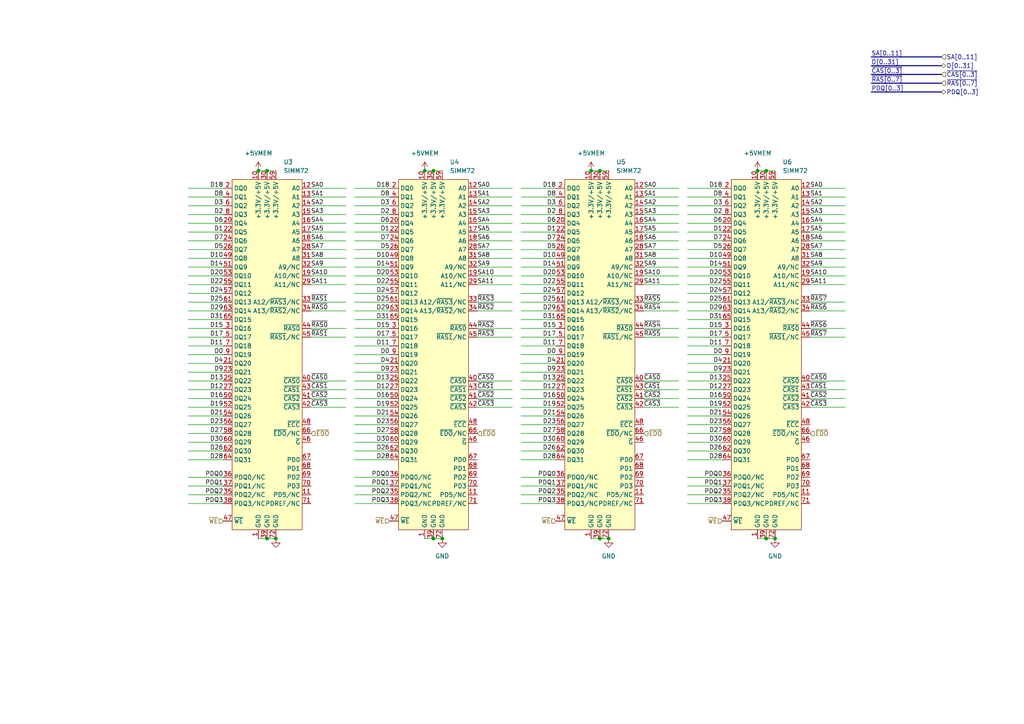
<source format=kicad_sch>
(kicad_sch (version 20230121) (generator eeschema)
  (paper "A4")
  (lib_symbols
    (symbol "m68k-hbc-ic:SIMM72"
      (property "Reference" "U" (at 5.08 40.64 0))
      (property "Value" "SIMM72" (at 10.16 38.1 0))
      (symbol "SIMM72_1_1"
        (rectangle (start -10.16 36.83) (end 10.16 -64.77) (fill (type background)))
        (pin power_in line (at -2.54 -67.31 90) (length 2.54) (name "GND") (number "1"))
        (pin power_in line (at -2.54 39.37 270) (length 2.54) (name "+3.3V/+5V") (number "10"))
        (pin output line (at 12.7 -54.61 180) (length 2.54) (name "PD5/NC") (number "11"))
        (pin input line (at 12.7 34.29 180) (length 2.54) (name "A0") (number "12"))
        (pin input line (at 12.7 31.75 180) (length 2.54) (name "A1") (number "13"))
        (pin input line (at 12.7 29.21 180) (length 2.54) (name "A2") (number "14"))
        (pin input line (at 12.7 26.67 180) (length 2.54) (name "A3") (number "15"))
        (pin input line (at 12.7 24.13 180) (length 2.54) (name "A4") (number "16"))
        (pin input line (at 12.7 21.59 180) (length 2.54) (name "A5") (number "17"))
        (pin input line (at 12.7 19.05 180) (length 2.54) (name "A6") (number "18"))
        (pin input line (at 12.7 8.89 180) (length 2.54) (name "A10/NC") (number "19"))
        (pin bidirectional line (at -12.7 34.29 0) (length 2.54) (name "DQ0") (number "2"))
        (pin bidirectional line (at -12.7 24.13 0) (length 2.54) (name "DQ4") (number "20"))
        (pin bidirectional line (at -12.7 -16.51 0) (length 2.54) (name "DQ20") (number "21"))
        (pin bidirectional line (at -12.7 21.59 0) (length 2.54) (name "DQ5") (number "22"))
        (pin bidirectional line (at -12.7 -19.05 0) (length 2.54) (name "DQ21") (number "23"))
        (pin bidirectional line (at -12.7 19.05 0) (length 2.54) (name "DQ6") (number "24"))
        (pin bidirectional line (at -12.7 -21.59 0) (length 2.54) (name "DQ22") (number "25"))
        (pin bidirectional line (at -12.7 16.51 0) (length 2.54) (name "DQ7") (number "26"))
        (pin bidirectional line (at -12.7 -24.13 0) (length 2.54) (name "DQ23") (number "27"))
        (pin input line (at 12.7 16.51 180) (length 2.54) (name "A7") (number "28"))
        (pin input line (at 12.7 6.35 180) (length 2.54) (name "A11/NC") (number "29"))
        (pin bidirectional line (at -12.7 -6.35 0) (length 2.54) (name "DQ16") (number "3"))
        (pin power_in line (at 0 39.37 270) (length 2.54) (name "+3.3V/+5V") (number "30"))
        (pin input line (at 12.7 13.97 180) (length 2.54) (name "A8") (number "31"))
        (pin input line (at 12.7 11.43 180) (length 2.54) (name "A9/NC") (number "32"))
        (pin input line (at 12.7 1.27 180) (length 2.54) (name "A12/~{RAS3}/NC") (number "33"))
        (pin input line (at 12.7 -1.27 180) (length 2.54) (name "A13/~{RAS2}/NC") (number "34"))
        (pin bidirectional line (at -12.7 -54.61 0) (length 2.54) (name "PDQ2/NC") (number "35"))
        (pin bidirectional line (at -12.7 -49.53 0) (length 2.54) (name "PDQ0/NC") (number "36"))
        (pin bidirectional line (at -12.7 -52.07 0) (length 2.54) (name "PDQ1/NC") (number "37"))
        (pin bidirectional line (at -12.7 -57.15 0) (length 2.54) (name "PDQ3/NC") (number "38"))
        (pin power_in line (at 0 -67.31 90) (length 2.54) (name "GND") (number "39"))
        (pin bidirectional line (at -12.7 31.75 0) (length 2.54) (name "DQ1") (number "4"))
        (pin input line (at 12.7 -21.59 180) (length 2.54) (name "~{CAS0}") (number "40"))
        (pin input line (at 12.7 -26.67 180) (length 2.54) (name "~{CAS2}") (number "41"))
        (pin input line (at 12.7 -29.21 180) (length 2.54) (name "~{CAS3}") (number "42"))
        (pin input line (at 12.7 -24.13 180) (length 2.54) (name "~{CAS1}") (number "43"))
        (pin input line (at 12.7 -6.35 180) (length 2.54) (name "~{RAS0}") (number "44"))
        (pin input line (at 12.7 -8.89 180) (length 2.54) (name "~{RAS1}/NC") (number "45"))
        (pin output line (at 12.7 -39.37 180) (length 2.54) (name "~{G}") (number "46"))
        (pin input line (at -12.7 -62.23 0) (length 2.54) (name "~{WE}") (number "47"))
        (pin output line (at 12.7 -34.29 180) (length 2.54) (name "~{ECC}") (number "48"))
        (pin bidirectional line (at -12.7 13.97 0) (length 2.54) (name "DQ8") (number "49"))
        (pin bidirectional line (at -12.7 -8.89 0) (length 2.54) (name "DQ17") (number "5"))
        (pin bidirectional line (at -12.7 -26.67 0) (length 2.54) (name "DQ24") (number "50"))
        (pin bidirectional line (at -12.7 11.43 0) (length 2.54) (name "DQ9") (number "51"))
        (pin bidirectional line (at -12.7 -29.21 0) (length 2.54) (name "DQ25") (number "52"))
        (pin bidirectional line (at -12.7 8.89 0) (length 2.54) (name "DQ10") (number "53"))
        (pin bidirectional line (at -12.7 -31.75 0) (length 2.54) (name "DQ26") (number "54"))
        (pin bidirectional line (at -12.7 6.35 0) (length 2.54) (name "DQ11") (number "55"))
        (pin bidirectional line (at -12.7 -34.29 0) (length 2.54) (name "DQ27") (number "56"))
        (pin bidirectional line (at -12.7 3.81 0) (length 2.54) (name "DQ12") (number "57"))
        (pin bidirectional line (at -12.7 -36.83 0) (length 2.54) (name "DQ28") (number "58"))
        (pin power_in line (at 2.54 39.37 270) (length 2.54) (name "+3.3V/+5V") (number "59"))
        (pin bidirectional line (at -12.7 29.21 0) (length 2.54) (name "DQ2") (number "6"))
        (pin bidirectional line (at -12.7 -39.37 0) (length 2.54) (name "DQ29") (number "60"))
        (pin bidirectional line (at -12.7 1.27 0) (length 2.54) (name "DQ13") (number "61"))
        (pin bidirectional line (at -12.7 -41.91 0) (length 2.54) (name "DQ30") (number "62"))
        (pin bidirectional line (at -12.7 -1.27 0) (length 2.54) (name "DQ14") (number "63"))
        (pin bidirectional line (at -12.7 -44.45 0) (length 2.54) (name "DQ31") (number "64"))
        (pin bidirectional line (at -12.7 -3.81 0) (length 2.54) (name "DQ15") (number "65"))
        (pin output line (at 12.7 -36.83 180) (length 2.54) (name "~{EDO}/NC") (number "66"))
        (pin output line (at 12.7 -44.45 180) (length 2.54) (name "PD0") (number "67"))
        (pin output line (at 12.7 -46.99 180) (length 2.54) (name "PD1") (number "68"))
        (pin output line (at 12.7 -49.53 180) (length 2.54) (name "PD2") (number "69"))
        (pin bidirectional line (at -12.7 -11.43 0) (length 2.54) (name "DQ18") (number "7"))
        (pin output line (at 12.7 -52.07 180) (length 2.54) (name "PD3") (number "70"))
        (pin output line (at 12.7 -57.15 180) (length 2.54) (name "PDREF/NC") (number "71"))
        (pin power_in line (at 2.54 -67.31 90) (length 2.54) (name "GND") (number "72"))
        (pin bidirectional line (at -12.7 26.67 0) (length 2.54) (name "DQ3") (number "8"))
        (pin bidirectional line (at -12.7 -13.97 0) (length 2.54) (name "DQ19") (number "9"))
      )
    )
    (symbol "m68k-hbc-pwr:+5VMEM" (power) (in_bom no) (on_board no)
      (property "Value" "+5VMEM" (at 0 3.81 0))
      (symbol "+5VMEM_0_1"
        (polyline (pts (xy -0.762 1.27) (xy 0 2.54)))
        (polyline (pts (xy 0 0) (xy 0 2.54)))
        (polyline (pts (xy 0 2.54) (xy 0.762 1.27)))
      )
      (symbol "+5VMEM_1_1"
        (pin power_in line (at 0 0 90) (length 0) hide (name "+5VMEM") (number "1"))
      )
    )
    (symbol "power:GND" (power) (pin_names (offset 0))
      (property "Value" "GND" (at 0 -3.81 0))
      (symbol "GND_0_1"
        (polyline (pts (xy 0 0) (xy 0 -1.27) (xy 1.27 -1.27) (xy 0 -2.54) (xy -1.27 -1.27) (xy 0 -1.27)))
      )
      (symbol "GND_1_1"
        (pin power_in line (at 0 0 270) (length 0) hide (name "GND") (number "1"))
      )
    )
  )
  (junction (at 224.79 156.21))
  (junction (at 176.53 156.21))
  (junction (at 123.19 49.53))
  (junction (at 125.73 156.21))
  (junction (at 222.25 156.21))
  (junction (at 74.93 49.53))
  (junction (at 173.99 156.21))
  (junction (at 80.01 156.21))
  (junction (at 222.25 49.53))
  (junction (at 77.47 49.53))
  (junction (at 171.45 49.53))
  (junction (at 173.99 49.53))
  (junction (at 125.73 49.53))
  (junction (at 128.27 156.21))
  (junction (at 77.47 156.21))
  (junction (at 219.71 49.53))
  (wire (pts (xy 199.39 85.09) (xy 209.55 85.09)))
  (wire (pts (xy 100.33 95.25) (xy 90.17 95.25)))
  (wire (pts (xy 102.87 118.11) (xy 113.03 118.11)))
  (wire (pts (xy 102.87 97.79) (xy 113.03 97.79)))
  (wire (pts (xy 100.33 72.39) (xy 90.17 72.39)))
  (wire (pts (xy 199.39 69.85) (xy 209.55 69.85)))
  (wire (pts (xy 54.61 87.63) (xy 64.77 87.63)))
  (wire (pts (xy 148.59 87.63) (xy 138.43 87.63)))
  (wire (pts (xy 173.99 49.53) (xy 171.45 49.53)))
  (wire (pts (xy 196.85 110.49) (xy 186.69 110.49)))
  (wire (pts (xy 54.61 92.71) (xy 64.77 92.71)))
  (bus (pts (xy 252.73 21.59) (xy 273.05 21.59)))
  (wire (pts (xy 54.61 67.31) (xy 64.77 67.31)))
  (wire (pts (xy 102.87 146.05) (xy 113.03 146.05)))
  (wire (pts (xy 54.61 140.97) (xy 64.77 140.97)))
  (wire (pts (xy 199.39 130.81) (xy 209.55 130.81)))
  (wire (pts (xy 148.59 69.85) (xy 138.43 69.85)))
  (wire (pts (xy 102.87 120.65) (xy 113.03 120.65)))
  (wire (pts (xy 54.61 95.25) (xy 64.77 95.25)))
  (wire (pts (xy 100.33 77.47) (xy 90.17 77.47)))
  (wire (pts (xy 102.87 57.15) (xy 113.03 57.15)))
  (wire (pts (xy 196.85 115.57) (xy 186.69 115.57)))
  (wire (pts (xy 199.39 102.87) (xy 209.55 102.87)))
  (bus (pts (xy 252.73 19.05) (xy 273.05 19.05)))
  (wire (pts (xy 199.39 97.79) (xy 209.55 97.79)))
  (wire (pts (xy 245.11 113.03) (xy 234.95 113.03)))
  (wire (pts (xy 151.13 77.47) (xy 161.29 77.47)))
  (wire (pts (xy 54.61 54.61) (xy 64.77 54.61)))
  (wire (pts (xy 148.59 115.57) (xy 138.43 115.57)))
  (wire (pts (xy 54.61 120.65) (xy 64.77 120.65)))
  (wire (pts (xy 245.11 77.47) (xy 234.95 77.47)))
  (wire (pts (xy 151.13 138.43) (xy 161.29 138.43)))
  (wire (pts (xy 102.87 133.35) (xy 113.03 133.35)))
  (wire (pts (xy 54.61 113.03) (xy 64.77 113.03)))
  (wire (pts (xy 199.39 100.33) (xy 209.55 100.33)))
  (wire (pts (xy 151.13 90.17) (xy 161.29 90.17)))
  (wire (pts (xy 148.59 74.93) (xy 138.43 74.93)))
  (wire (pts (xy 245.11 74.93) (xy 234.95 74.93)))
  (wire (pts (xy 245.11 69.85) (xy 234.95 69.85)))
  (wire (pts (xy 245.11 59.69) (xy 234.95 59.69)))
  (wire (pts (xy 102.87 107.95) (xy 113.03 107.95)))
  (wire (pts (xy 199.39 118.11) (xy 209.55 118.11)))
  (wire (pts (xy 196.85 90.17) (xy 186.69 90.17)))
  (wire (pts (xy 199.39 140.97) (xy 209.55 140.97)))
  (wire (pts (xy 148.59 64.77) (xy 138.43 64.77)))
  (wire (pts (xy 245.11 72.39) (xy 234.95 72.39)))
  (wire (pts (xy 173.99 156.21) (xy 171.45 156.21)))
  (wire (pts (xy 151.13 113.03) (xy 161.29 113.03)))
  (wire (pts (xy 245.11 82.55) (xy 234.95 82.55)))
  (wire (pts (xy 54.61 74.93) (xy 64.77 74.93)))
  (wire (pts (xy 199.39 62.23) (xy 209.55 62.23)))
  (wire (pts (xy 199.39 146.05) (xy 209.55 146.05)))
  (wire (pts (xy 54.61 80.01) (xy 64.77 80.01)))
  (wire (pts (xy 199.39 133.35) (xy 209.55 133.35)))
  (wire (pts (xy 196.85 80.01) (xy 186.69 80.01)))
  (wire (pts (xy 148.59 54.61) (xy 138.43 54.61)))
  (wire (pts (xy 196.85 87.63) (xy 186.69 87.63)))
  (wire (pts (xy 151.13 133.35) (xy 161.29 133.35)))
  (wire (pts (xy 245.11 80.01) (xy 234.95 80.01)))
  (wire (pts (xy 196.85 74.93) (xy 186.69 74.93)))
  (wire (pts (xy 100.33 118.11) (xy 90.17 118.11)))
  (wire (pts (xy 151.13 57.15) (xy 161.29 57.15)))
  (wire (pts (xy 128.27 156.21) (xy 125.73 156.21)))
  (wire (pts (xy 54.61 100.33) (xy 64.77 100.33)))
  (wire (pts (xy 199.39 59.69) (xy 209.55 59.69)))
  (wire (pts (xy 128.27 49.53) (xy 125.73 49.53)))
  (wire (pts (xy 151.13 118.11) (xy 161.29 118.11)))
  (wire (pts (xy 102.87 74.93) (xy 113.03 74.93)))
  (wire (pts (xy 54.61 97.79) (xy 64.77 97.79)))
  (wire (pts (xy 80.01 49.53) (xy 77.47 49.53)))
  (wire (pts (xy 151.13 123.19) (xy 161.29 123.19)))
  (wire (pts (xy 245.11 87.63) (xy 234.95 87.63)))
  (wire (pts (xy 100.33 62.23) (xy 90.17 62.23)))
  (wire (pts (xy 54.61 130.81) (xy 64.77 130.81)))
  (wire (pts (xy 54.61 128.27) (xy 64.77 128.27)))
  (wire (pts (xy 100.33 110.49) (xy 90.17 110.49)))
  (wire (pts (xy 196.85 118.11) (xy 186.69 118.11)))
  (wire (pts (xy 199.39 82.55) (xy 209.55 82.55)))
  (wire (pts (xy 151.13 146.05) (xy 161.29 146.05)))
  (wire (pts (xy 102.87 72.39) (xy 113.03 72.39)))
  (wire (pts (xy 102.87 113.03) (xy 113.03 113.03)))
  (wire (pts (xy 151.13 107.95) (xy 161.29 107.95)))
  (wire (pts (xy 77.47 49.53) (xy 74.93 49.53)))
  (wire (pts (xy 100.33 87.63) (xy 90.17 87.63)))
  (wire (pts (xy 199.39 72.39) (xy 209.55 72.39)))
  (wire (pts (xy 196.85 67.31) (xy 186.69 67.31)))
  (wire (pts (xy 148.59 82.55) (xy 138.43 82.55)))
  (wire (pts (xy 102.87 140.97) (xy 113.03 140.97)))
  (wire (pts (xy 196.85 113.03) (xy 186.69 113.03)))
  (wire (pts (xy 245.11 67.31) (xy 234.95 67.31)))
  (wire (pts (xy 151.13 97.79) (xy 161.29 97.79)))
  (wire (pts (xy 148.59 110.49) (xy 138.43 110.49)))
  (wire (pts (xy 54.61 59.69) (xy 64.77 59.69)))
  (wire (pts (xy 151.13 140.97) (xy 161.29 140.97)))
  (wire (pts (xy 199.39 110.49) (xy 209.55 110.49)))
  (wire (pts (xy 199.39 54.61) (xy 209.55 54.61)))
  (wire (pts (xy 102.87 138.43) (xy 113.03 138.43)))
  (wire (pts (xy 100.33 69.85) (xy 90.17 69.85)))
  (wire (pts (xy 199.39 107.95) (xy 209.55 107.95)))
  (wire (pts (xy 100.33 57.15) (xy 90.17 57.15)))
  (wire (pts (xy 54.61 146.05) (xy 64.77 146.05)))
  (wire (pts (xy 54.61 77.47) (xy 64.77 77.47)))
  (wire (pts (xy 54.61 138.43) (xy 64.77 138.43)))
  (wire (pts (xy 151.13 72.39) (xy 161.29 72.39)))
  (wire (pts (xy 151.13 95.25) (xy 161.29 95.25)))
  (wire (pts (xy 222.25 49.53) (xy 219.71 49.53)))
  (wire (pts (xy 148.59 72.39) (xy 138.43 72.39)))
  (wire (pts (xy 245.11 62.23) (xy 234.95 62.23)))
  (wire (pts (xy 176.53 49.53) (xy 173.99 49.53)))
  (wire (pts (xy 102.87 80.01) (xy 113.03 80.01)))
  (wire (pts (xy 54.61 62.23) (xy 64.77 62.23)))
  (wire (pts (xy 199.39 64.77) (xy 209.55 64.77)))
  (wire (pts (xy 54.61 57.15) (xy 64.77 57.15)))
  (wire (pts (xy 54.61 105.41) (xy 64.77 105.41)))
  (wire (pts (xy 77.47 156.21) (xy 74.93 156.21)))
  (wire (pts (xy 102.87 130.81) (xy 113.03 130.81)))
  (wire (pts (xy 54.61 107.95) (xy 64.77 107.95)))
  (wire (pts (xy 54.61 125.73) (xy 64.77 125.73)))
  (wire (pts (xy 199.39 115.57) (xy 209.55 115.57)))
  (wire (pts (xy 196.85 54.61) (xy 186.69 54.61)))
  (wire (pts (xy 100.33 59.69) (xy 90.17 59.69)))
  (wire (pts (xy 102.87 92.71) (xy 113.03 92.71)))
  (wire (pts (xy 199.39 87.63) (xy 209.55 87.63)))
  (wire (pts (xy 199.39 123.19) (xy 209.55 123.19)))
  (wire (pts (xy 151.13 64.77) (xy 161.29 64.77)))
  (wire (pts (xy 102.87 105.41) (xy 113.03 105.41)))
  (wire (pts (xy 245.11 90.17) (xy 234.95 90.17)))
  (wire (pts (xy 102.87 123.19) (xy 113.03 123.19)))
  (wire (pts (xy 196.85 95.25) (xy 186.69 95.25)))
  (wire (pts (xy 102.87 77.47) (xy 113.03 77.47)))
  (wire (pts (xy 151.13 92.71) (xy 161.29 92.71)))
  (wire (pts (xy 151.13 67.31) (xy 161.29 67.31)))
  (wire (pts (xy 151.13 130.81) (xy 161.29 130.81)))
  (wire (pts (xy 102.87 100.33) (xy 113.03 100.33)))
  (wire (pts (xy 54.61 143.51) (xy 64.77 143.51)))
  (wire (pts (xy 80.01 156.21) (xy 77.47 156.21)))
  (wire (pts (xy 148.59 62.23) (xy 138.43 62.23)))
  (wire (pts (xy 54.61 115.57) (xy 64.77 115.57)))
  (wire (pts (xy 102.87 115.57) (xy 113.03 115.57)))
  (wire (pts (xy 199.39 77.47) (xy 209.55 77.47)))
  (wire (pts (xy 199.39 92.71) (xy 209.55 92.71)))
  (wire (pts (xy 151.13 54.61) (xy 161.29 54.61)))
  (wire (pts (xy 151.13 74.93) (xy 161.29 74.93)))
  (wire (pts (xy 151.13 59.69) (xy 161.29 59.69)))
  (bus (pts (xy 252.73 16.51) (xy 273.05 16.51)))
  (wire (pts (xy 102.87 85.09) (xy 113.03 85.09)))
  (wire (pts (xy 54.61 90.17) (xy 64.77 90.17)))
  (wire (pts (xy 196.85 59.69) (xy 186.69 59.69)))
  (wire (pts (xy 102.87 67.31) (xy 113.03 67.31)))
  (wire (pts (xy 199.39 74.93) (xy 209.55 74.93)))
  (wire (pts (xy 199.39 128.27) (xy 209.55 128.27)))
  (wire (pts (xy 54.61 123.19) (xy 64.77 123.19)))
  (wire (pts (xy 100.33 80.01) (xy 90.17 80.01)))
  (wire (pts (xy 100.33 64.77) (xy 90.17 64.77)))
  (wire (pts (xy 102.87 62.23) (xy 113.03 62.23)))
  (wire (pts (xy 199.39 120.65) (xy 209.55 120.65)))
  (wire (pts (xy 196.85 69.85) (xy 186.69 69.85)))
  (wire (pts (xy 196.85 72.39) (xy 186.69 72.39)))
  (wire (pts (xy 102.87 110.49) (xy 113.03 110.49)))
  (wire (pts (xy 151.13 125.73) (xy 161.29 125.73)))
  (wire (pts (xy 54.61 118.11) (xy 64.77 118.11)))
  (wire (pts (xy 54.61 110.49) (xy 64.77 110.49)))
  (wire (pts (xy 151.13 105.41) (xy 161.29 105.41)))
  (wire (pts (xy 245.11 97.79) (xy 234.95 97.79)))
  (wire (pts (xy 151.13 120.65) (xy 161.29 120.65)))
  (wire (pts (xy 148.59 67.31) (xy 138.43 67.31)))
  (wire (pts (xy 151.13 87.63) (xy 161.29 87.63)))
  (wire (pts (xy 148.59 118.11) (xy 138.43 118.11)))
  (wire (pts (xy 199.39 143.51) (xy 209.55 143.51)))
  (wire (pts (xy 102.87 59.69) (xy 113.03 59.69)))
  (bus (pts (xy 252.73 24.13) (xy 273.05 24.13)))
  (wire (pts (xy 199.39 67.31) (xy 209.55 67.31)))
  (wire (pts (xy 100.33 67.31) (xy 90.17 67.31)))
  (wire (pts (xy 151.13 115.57) (xy 161.29 115.57)))
  (wire (pts (xy 102.87 82.55) (xy 113.03 82.55)))
  (wire (pts (xy 245.11 110.49) (xy 234.95 110.49)))
  (wire (pts (xy 245.11 64.77) (xy 234.95 64.77)))
  (wire (pts (xy 102.87 54.61) (xy 113.03 54.61)))
  (wire (pts (xy 148.59 80.01) (xy 138.43 80.01)))
  (wire (pts (xy 148.59 57.15) (xy 138.43 57.15)))
  (wire (pts (xy 199.39 90.17) (xy 209.55 90.17)))
  (wire (pts (xy 245.11 115.57) (xy 234.95 115.57)))
  (wire (pts (xy 100.33 115.57) (xy 90.17 115.57)))
  (wire (pts (xy 102.87 90.17) (xy 113.03 90.17)))
  (wire (pts (xy 151.13 69.85) (xy 161.29 69.85)))
  (wire (pts (xy 151.13 128.27) (xy 161.29 128.27)))
  (wire (pts (xy 102.87 125.73) (xy 113.03 125.73)))
  (wire (pts (xy 199.39 125.73) (xy 209.55 125.73)))
  (wire (pts (xy 102.87 143.51) (xy 113.03 143.51)))
  (wire (pts (xy 54.61 102.87) (xy 64.77 102.87)))
  (wire (pts (xy 176.53 156.21) (xy 173.99 156.21)))
  (wire (pts (xy 151.13 62.23) (xy 161.29 62.23)))
  (wire (pts (xy 102.87 95.25) (xy 113.03 95.25)))
  (wire (pts (xy 224.79 156.21) (xy 222.25 156.21)))
  (wire (pts (xy 54.61 85.09) (xy 64.77 85.09)))
  (wire (pts (xy 151.13 143.51) (xy 161.29 143.51)))
  (wire (pts (xy 148.59 77.47) (xy 138.43 77.47)))
  (wire (pts (xy 245.11 57.15) (xy 234.95 57.15)))
  (wire (pts (xy 100.33 74.93) (xy 90.17 74.93)))
  (wire (pts (xy 196.85 82.55) (xy 186.69 82.55)))
  (wire (pts (xy 151.13 102.87) (xy 161.29 102.87)))
  (wire (pts (xy 196.85 64.77) (xy 186.69 64.77)))
  (wire (pts (xy 151.13 80.01) (xy 161.29 80.01)))
  (wire (pts (xy 148.59 97.79) (xy 138.43 97.79)))
  (wire (pts (xy 125.73 49.53) (xy 123.19 49.53)))
  (wire (pts (xy 100.33 113.03) (xy 90.17 113.03)))
  (wire (pts (xy 102.87 69.85) (xy 113.03 69.85)))
  (wire (pts (xy 100.33 97.79) (xy 90.17 97.79)))
  (wire (pts (xy 151.13 85.09) (xy 161.29 85.09)))
  (wire (pts (xy 54.61 72.39) (xy 64.77 72.39)))
  (wire (pts (xy 196.85 57.15) (xy 186.69 57.15)))
  (wire (pts (xy 100.33 90.17) (xy 90.17 90.17)))
  (wire (pts (xy 102.87 64.77) (xy 113.03 64.77)))
  (wire (pts (xy 245.11 118.11) (xy 234.95 118.11)))
  (wire (pts (xy 102.87 128.27) (xy 113.03 128.27)))
  (wire (pts (xy 245.11 95.25) (xy 234.95 95.25)))
  (wire (pts (xy 54.61 82.55) (xy 64.77 82.55)))
  (wire (pts (xy 199.39 80.01) (xy 209.55 80.01)))
  (wire (pts (xy 102.87 102.87) (xy 113.03 102.87)))
  (wire (pts (xy 148.59 90.17) (xy 138.43 90.17)))
  (wire (pts (xy 148.59 59.69) (xy 138.43 59.69)))
  (wire (pts (xy 54.61 64.77) (xy 64.77 64.77)))
  (wire (pts (xy 151.13 110.49) (xy 161.29 110.49)))
  (wire (pts (xy 199.39 95.25) (xy 209.55 95.25)))
  (wire (pts (xy 151.13 82.55) (xy 161.29 82.55)))
  (wire (pts (xy 100.33 54.61) (xy 90.17 54.61)))
  (wire (pts (xy 196.85 62.23) (xy 186.69 62.23)))
  (wire (pts (xy 196.85 97.79) (xy 186.69 97.79)))
  (bus (pts (xy 252.73 26.67) (xy 273.05 26.67)))
  (wire (pts (xy 199.39 57.15) (xy 209.55 57.15)))
  (wire (pts (xy 199.39 113.03) (xy 209.55 113.03)))
  (wire (pts (xy 199.39 105.41) (xy 209.55 105.41)))
  (wire (pts (xy 148.59 113.03) (xy 138.43 113.03)))
  (wire (pts (xy 125.73 156.21) (xy 123.19 156.21)))
  (wire (pts (xy 102.87 87.63) (xy 113.03 87.63)))
  (wire (pts (xy 54.61 133.35) (xy 64.77 133.35)))
  (wire (pts (xy 54.61 69.85) (xy 64.77 69.85)))
  (wire (pts (xy 196.85 77.47) (xy 186.69 77.47)))
  (wire (pts (xy 148.59 95.25) (xy 138.43 95.25)))
  (wire (pts (xy 224.79 49.53) (xy 222.25 49.53)))
  (wire (pts (xy 199.39 138.43) (xy 209.55 138.43)))
  (wire (pts (xy 100.33 82.55) (xy 90.17 82.55)))
  (wire (pts (xy 151.13 100.33) (xy 161.29 100.33)))
  (wire (pts (xy 245.11 54.61) (xy 234.95 54.61)))
  (wire (pts (xy 222.25 156.21) (xy 219.71 156.21)))
  (label "D4" (at 64.77 105.41 180))
  (label "D28" (at 209.55 133.35 180))
  (label "D30" (at 161.29 128.27 180))
  (label "D24" (at 64.77 85.09 180))
  (label "PDQ3" (at 161.29 146.05 180))
  (label "~{RAS3}" (at 138.43 97.79 0))
  (label "D16" (at 64.77 115.57 180))
  (label "SA1" (at 90.17 57.15 0))
  (label "D23" (at 64.77 123.19 180))
  (label "PDQ3" (at 113.03 146.05 180))
  (label "D2" (at 161.29 62.23 180))
  (label "~{RAS7}" (at 234.95 97.79 0))
  (label "~{RAS5}" (at 186.69 87.63 0))
  (label "~{CAS2}" (at 186.69 115.57 0))
  (label "D19" (at 161.29 118.11 180))
  (label "SA4" (at 186.69 64.77 0))
  (label "SA9" (at 186.69 77.47 0))
  (label "PDQ0" (at 161.29 138.43 180))
  (label "SA7" (at 138.43 72.39 0))
  (label "D12" (at 209.55 113.03 180))
  (label "D10" (at 64.77 74.93 180))
  (label "SA8" (at 90.17 74.93 0))
  (label "D6" (at 161.29 64.77 180))
  (label "D16" (at 113.03 115.57 180))
  (label "D29" (at 64.77 90.17 180))
  (label "SA11" (at 186.69 82.55 0))
  (label "~{RAS5}" (at 186.69 97.79 0))
  (label "D12" (at 64.77 113.03 180))
  (label "~{CAS3}" (at 234.95 118.11 0))
  (label "D17" (at 113.03 97.79 180))
  (label "D4" (at 113.03 105.41 180))
  (label "SA1" (at 138.43 57.15 0))
  (label "D31" (at 209.55 92.71 180))
  (label "PDQ1" (at 64.77 140.97 180))
  (label "~{RAS6}" (at 234.95 95.25 0))
  (label "~{RAS0}" (at 90.17 90.17 0))
  (label "SA7" (at 90.17 72.39 0))
  (label "D8" (at 161.29 57.15 180))
  (label "PDQ2" (at 64.77 143.51 180))
  (label "D3" (at 161.29 59.69 180))
  (label "D17" (at 161.29 97.79 180))
  (label "D20" (at 209.55 80.01 180))
  (label "D28" (at 113.03 133.35 180))
  (label "D25" (at 209.55 87.63 180))
  (label "~{CAS1}" (at 138.43 113.03 0))
  (label "~{RAS0}" (at 90.17 95.25 0))
  (label "D22" (at 113.03 82.55 180))
  (label "D3" (at 113.03 59.69 180))
  (label "D7" (at 64.77 69.85 180))
  (label "PDQ[0..3]" (at 252.73 26.67 0))
  (label "D31" (at 64.77 92.71 180))
  (label "D24" (at 161.29 85.09 180))
  (label "SA8" (at 234.95 74.93 0))
  (label "D3" (at 64.77 59.69 180))
  (label "D27" (at 209.55 125.73 180))
  (label "D9" (at 209.55 107.95 180))
  (label "D15" (at 64.77 95.25 180))
  (label "D2" (at 209.55 62.23 180))
  (label "D10" (at 113.03 74.93 180))
  (label "SA10" (at 138.43 80.01 0))
  (label "D8" (at 64.77 57.15 180))
  (label "D0" (at 161.29 102.87 180))
  (label "SA11" (at 138.43 82.55 0))
  (label "D18" (at 64.77 54.61 180))
  (label "D14" (at 209.55 77.47 180))
  (label "PDQ2" (at 209.55 143.51 180))
  (label "SA10" (at 90.17 80.01 0))
  (label "D22" (at 161.29 82.55 180))
  (label "SA11" (at 234.95 82.55 0))
  (label "~{CAS0}" (at 90.17 110.49 0))
  (label "D14" (at 161.29 77.47 180))
  (label "~{RAS4}" (at 186.69 90.17 0))
  (label "D17" (at 64.77 97.79 180))
  (label "D14" (at 113.03 77.47 180))
  (label "SA4" (at 138.43 64.77 0))
  (label "D1" (at 209.55 67.31 180))
  (label "D5" (at 113.03 72.39 180))
  (label "~{CAS2}" (at 138.43 115.57 0))
  (label "SA2" (at 234.95 59.69 0))
  (label "D29" (at 209.55 90.17 180))
  (label "D18" (at 209.55 54.61 180))
  (label "D24" (at 209.55 85.09 180))
  (label "SA7" (at 186.69 72.39 0))
  (label "D1" (at 161.29 67.31 180))
  (label "SA8" (at 186.69 74.93 0))
  (label "PDQ1" (at 161.29 140.97 180))
  (label "D8" (at 113.03 57.15 180))
  (label "D7" (at 161.29 69.85 180))
  (label "~{CAS2}" (at 234.95 115.57 0))
  (label "D6" (at 64.77 64.77 180))
  (label "~{RAS6}" (at 234.95 90.17 0))
  (label "PDQ1" (at 209.55 140.97 180))
  (label "D2" (at 64.77 62.23 180))
  (label "D5" (at 209.55 72.39 180))
  (label "D22" (at 64.77 82.55 180))
  (label "SA2" (at 186.69 59.69 0))
  (label "D11" (at 64.77 100.33 180))
  (label "~{CAS1}" (at 90.17 113.03 0))
  (label "D27" (at 113.03 125.73 180))
  (label "D3" (at 209.55 59.69 180))
  (label "D[0..31]" (at 252.73 19.05 0))
  (label "~{RAS1}" (at 90.17 97.79 0))
  (label "D28" (at 161.29 133.35 180))
  (label "D25" (at 113.03 87.63 180))
  (label "SA1" (at 234.95 57.15 0))
  (label "D9" (at 64.77 107.95 180))
  (label "SA8" (at 138.43 74.93 0))
  (label "D26" (at 64.77 130.81 180))
  (label "SA0" (at 138.43 54.61 0))
  (label "D6" (at 209.55 64.77 180))
  (label "D20" (at 161.29 80.01 180))
  (label "PDQ0" (at 209.55 138.43 180))
  (label "D16" (at 209.55 115.57 180))
  (label "D30" (at 64.77 128.27 180))
  (label "D13" (at 113.03 110.49 180))
  (label "SA9" (at 138.43 77.47 0))
  (label "~{CAS3}" (at 90.17 118.11 0))
  (label "SA0" (at 234.95 54.61 0))
  (label "D20" (at 113.03 80.01 180))
  (label "~{CAS0}" (at 138.43 110.49 0))
  (label "~{CAS1}" (at 186.69 113.03 0))
  (label "D5" (at 64.77 72.39 180))
  (label "D10" (at 209.55 74.93 180))
  (label "D26" (at 209.55 130.81 180))
  (label "D27" (at 64.77 125.73 180))
  (label "D26" (at 161.29 130.81 180))
  (label "D29" (at 161.29 90.17 180))
  (label "SA10" (at 186.69 80.01 0))
  (label "PDQ2" (at 161.29 143.51 180))
  (label "D28" (at 64.77 133.35 180))
  (label "D6" (at 113.03 64.77 180))
  (label "SA5" (at 90.17 67.31 0))
  (label "SA3" (at 186.69 62.23 0))
  (label "D1" (at 113.03 67.31 180))
  (label "D13" (at 64.77 110.49 180))
  (label "SA[0..11]" (at 252.73 16.51 0))
  (label "SA11" (at 90.17 82.55 0))
  (label "PDQ0" (at 64.77 138.43 180))
  (label "~{RAS1}" (at 90.17 87.63 0))
  (label "D15" (at 161.29 95.25 180))
  (label "PDQ2" (at 113.03 143.51 180))
  (label "D19" (at 209.55 118.11 180))
  (label "D21" (at 161.29 120.65 180))
  (label "~{RAS2}" (at 138.43 90.17 0))
  (label "SA4" (at 234.95 64.77 0))
  (label "D13" (at 161.29 110.49 180))
  (label "SA6" (at 138.43 69.85 0))
  (label "~{RAS7}" (at 234.95 87.63 0))
  (label "~{RAS2}" (at 138.43 95.25 0))
  (label "SA0" (at 90.17 54.61 0))
  (label "SA9" (at 234.95 77.47 0))
  (label "SA5" (at 186.69 67.31 0))
  (label "D23" (at 113.03 123.19 180))
  (label "SA5" (at 234.95 67.31 0))
  (label "D8" (at 209.55 57.15 180))
  (label "~{CAS0}" (at 186.69 110.49 0))
  (label "D31" (at 113.03 92.71 180))
  (label "D27" (at 161.29 125.73 180))
  (label "D7" (at 113.03 69.85 180))
  (label "SA3" (at 90.17 62.23 0))
  (label "D13" (at 209.55 110.49 180))
  (label "~{CAS3}" (at 186.69 118.11 0))
  (label "D19" (at 113.03 118.11 180))
  (label "~{RAS[0..7]}" (at 252.73 24.13 0))
  (label "SA1" (at 186.69 57.15 0))
  (label "D15" (at 113.03 95.25 180))
  (label "SA7" (at 234.95 72.39 0))
  (label "D14" (at 64.77 77.47 180))
  (label "D5" (at 161.29 72.39 180))
  (label "D12" (at 161.29 113.03 180))
  (label "SA3" (at 234.95 62.23 0))
  (label "SA3" (at 138.43 62.23 0))
  (label "D0" (at 113.03 102.87 180))
  (label "D20" (at 64.77 80.01 180))
  (label "D0" (at 209.55 102.87 180))
  (label "SA2" (at 138.43 59.69 0))
  (label "D11" (at 161.29 100.33 180))
  (label "D9" (at 161.29 107.95 180))
  (label "D17" (at 209.55 97.79 180))
  (label "~{CAS0}" (at 234.95 110.49 0))
  (label "D15" (at 209.55 95.25 180))
  (label "SA4" (at 90.17 64.77 0))
  (label "D9" (at 113.03 107.95 180))
  (label "SA6" (at 186.69 69.85 0))
  (label "D31" (at 161.29 92.71 180))
  (label "D11" (at 113.03 100.33 180))
  (label "D21" (at 64.77 120.65 180))
  (label "D25" (at 64.77 87.63 180))
  (label "SA0" (at 186.69 54.61 0))
  (label "D23" (at 161.29 123.19 180))
  (label "D1" (at 64.77 67.31 180))
  (label "D0" (at 64.77 102.87 180))
  (label "D4" (at 161.29 105.41 180))
  (label "~{CAS3}" (at 138.43 118.11 0))
  (label "PDQ1" (at 113.03 140.97 180))
  (label "D23" (at 209.55 123.19 180))
  (label "D18" (at 161.29 54.61 180))
  (label "D16" (at 161.29 115.57 180))
  (label "D30" (at 113.03 128.27 180))
  (label "D22" (at 209.55 82.55 180))
  (label "D4" (at 209.55 105.41 180))
  (label "D24" (at 113.03 85.09 180))
  (label "SA2" (at 90.17 59.69 0))
  (label "~{CAS2}" (at 90.17 115.57 0))
  (label "D21" (at 113.03 120.65 180))
  (label "SA10" (at 234.95 80.01 0))
  (label "D29" (at 113.03 90.17 180))
  (label "PDQ0" (at 113.03 138.43 180))
  (label "SA9" (at 90.17 77.47 0))
  (label "D10" (at 161.29 74.93 180))
  (label "SA6" (at 90.17 69.85 0))
  (label "~{RAS4}" (at 186.69 95.25 0))
  (label "D26" (at 113.03 130.81 180))
  (label "~{CAS1}" (at 234.95 113.03 0))
  (label "D19" (at 64.77 118.11 180))
  (label "D11" (at 209.55 100.33 180))
  (label "D18" (at 113.03 54.61 180))
  (label "SA5" (at 138.43 67.31 0))
  (label "PDQ3" (at 209.55 146.05 180))
  (label "~{CAS[0..3]}" (at 252.73 21.59 0))
  (label "SA6" (at 234.95 69.85 0))
  (label "D12" (at 113.03 113.03 180))
  (label "D7" (at 209.55 69.85 180))
  (label "D30" (at 209.55 128.27 180))
  (label "D25" (at 161.29 87.63 180))
  (label "~{RAS3}" (at 138.43 87.63 0))
  (label "D2" (at 113.03 62.23 180))
  (label "D21" (at 209.55 120.65 180))
  (label "PDQ3" (at 64.77 146.05 180))
  (hierarchical_label "~{EDO}" (shape input) (at 138.43 125.73 0))
  (hierarchical_label "~{WE}" (shape input) (at 113.03 151.13 180))
  (hierarchical_label "~{CAS[0..3]}" (shape input) (at 273.05 21.59 0))
  (hierarchical_label "~{RAS[0..7]}" (shape input) (at 273.05 24.13 0))
  (hierarchical_label "~{WE}" (shape input) (at 64.77 151.13 180))
  (hierarchical_label "D[0..31]" (shape bidirectional) (at 273.05 19.05 0))
  (hierarchical_label "~{EDO}" (shape input) (at 186.69 125.73 0))
  (hierarchical_label "~{EDO}" (shape input) (at 90.17 125.73 0))
  (hierarchical_label "PDQ[0..3]" (shape bidirectional) (at 273.05 26.67 0))
  (hierarchical_label "SA[0..11]" (shape input) (at 273.05 16.51 0))
  (hierarchical_label "~{EDO}" (shape input) (at 234.95 125.73 0))
  (hierarchical_label "~{WE}" (shape input) (at 161.29 151.13 180))
  (hierarchical_label "~{WE}" (shape input) (at 209.55 151.13 180))
  (symbol (lib_id "m68k-hbc-pwr:+5VMEM") (at 123.19 49.53 0) (unit 1) (in_bom no) (on_board no)
    (property "Reference" "#PWR027" (effects hide))
    (property "Value" "+5VMEM" (at 123.19 44.45 0))
  )
  (symbol (lib_id "m68k-hbc-ic:SIMM72") (at 222.25 88.9 0) (unit 1)
    (property "Reference" "U6" (at 226.9841 46.99 0) (effects (justify left)))
    (property "Value" "SIMM72" (at 226.9841 49.53 0) (effects (justify left)))
    (property "Footprint" "Sockets:SIMM72" (effects hide))
  )
  (symbol (lib_id "m68k-hbc-pwr:+5VMEM") (at 74.93 49.53 0) (unit 1) (in_bom no) (on_board no)
    (property "Reference" "#PWR025" (effects hide))
    (property "Value" "+5VMEM" (at 74.93 44.45 0))
  )
  (symbol (lib_id "power:GND") (at 128.27 156.21 0) (unit 1)
    (property "Reference" "#PWR028" (effects hide))
    (property "Value" "GND" (at 128.27 161.29 0))
  )
  (symbol (lib_id "m68k-hbc-ic:SIMM72") (at 173.99 88.9 0) (unit 1)
    (property "Reference" "U5" (at 178.7241 46.99 0) (effects (justify left)))
    (property "Value" "SIMM72" (at 178.7241 49.53 0) (effects (justify left)))
    (property "Footprint" "Sockets:SIMM72" (effects hide))
  )
  (symbol (lib_id "power:GND") (at 224.79 156.21 0) (unit 1)
    (property "Reference" "#PWR032" (effects hide))
    (property "Value" "GND" (at 224.79 161.29 0))
  )
  (symbol (lib_id "m68k-hbc-pwr:+5VMEM") (at 219.71 49.53 0) (unit 1) (in_bom no) (on_board no)
    (property "Reference" "#PWR031" (effects hide))
    (property "Value" "+5VMEM" (at 219.71 44.45 0))
  )
  (symbol (lib_id "m68k-hbc-ic:SIMM72") (at 77.47 88.9 0) (unit 1)
    (property "Reference" "U3" (at 82.2041 46.99 0) (effects (justify left)))
    (property "Value" "SIMM72" (at 82.2041 49.53 0) (effects (justify left)))
    (property "Footprint" "Sockets:SIMM72" (effects hide))
  )
  (symbol (lib_id "power:GND") (at 80.01 156.21 0) (unit 1)
    (property "Reference" "#PWR026" (effects hide))
    (property "Value" "GND" (effects hide))
  )
  (symbol (lib_id "m68k-hbc-pwr:+5VMEM") (at 171.45 49.53 0) (unit 1) (in_bom no) (on_board no)
    (property "Reference" "#PWR029" (effects hide))
    (property "Value" "+5VMEM" (at 171.45 44.45 0))
  )
  (symbol (lib_id "power:GND") (at 176.53 156.21 0) (unit 1)
    (property "Reference" "#PWR030" (effects hide))
    (property "Value" "GND" (at 176.53 161.29 0))
  )
  (symbol (lib_id "m68k-hbc-ic:SIMM72") (at 125.73 88.9 0) (unit 1)
    (property "Reference" "U4" (at 130.4641 46.99 0) (effects (justify left)))
    (property "Value" "SIMM72" (at 130.4641 49.53 0) (effects (justify left)))
    (property "Footprint" "Sockets:SIMM72" (effects hide))
  )
)
</source>
